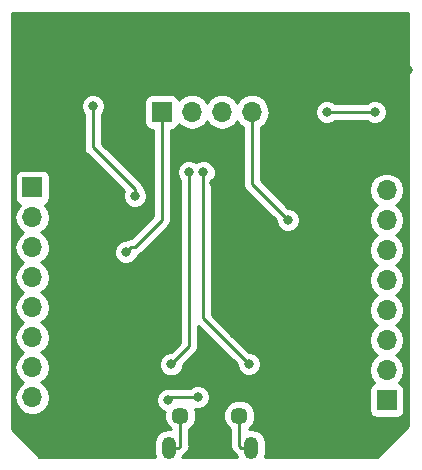
<source format=gbr>
G04 #@! TF.GenerationSoftware,KiCad,Pcbnew,(5.0.0)*
G04 #@! TF.CreationDate,2018-12-27T13:03:48-05:00*
G04 #@! TF.ProjectId,32u2-breakout,333275322D627265616B6F75742E6B69,rev?*
G04 #@! TF.SameCoordinates,Original*
G04 #@! TF.FileFunction,Copper,L2,Bot,Signal*
G04 #@! TF.FilePolarity,Positive*
%FSLAX46Y46*%
G04 Gerber Fmt 4.6, Leading zero omitted, Abs format (unit mm)*
G04 Created by KiCad (PCBNEW (5.0.0)) date 12/27/18 13:03:48*
%MOMM*%
%LPD*%
G01*
G04 APERTURE LIST*
G04 #@! TA.AperFunction,ComponentPad*
%ADD10R,1.700000X1.700000*%
G04 #@! TD*
G04 #@! TA.AperFunction,ComponentPad*
%ADD11O,1.700000X1.700000*%
G04 #@! TD*
G04 #@! TA.AperFunction,ComponentPad*
%ADD12C,1.450000*%
G04 #@! TD*
G04 #@! TA.AperFunction,ComponentPad*
%ADD13O,1.200000X1.900000*%
G04 #@! TD*
G04 #@! TA.AperFunction,ViaPad*
%ADD14C,0.800000*%
G04 #@! TD*
G04 #@! TA.AperFunction,Conductor*
%ADD15C,0.250000*%
G04 #@! TD*
G04 #@! TA.AperFunction,Conductor*
%ADD16C,0.254000*%
G04 #@! TD*
G04 APERTURE END LIST*
D10*
G04 #@! TO.P,J3,1*
G04 #@! TO.N,Net-(J3-Pad1)*
X45974000Y-38608000D03*
D11*
G04 #@! TO.P,J3,2*
G04 #@! TO.N,Net-(J3-Pad2)*
X48514000Y-38608000D03*
G04 #@! TO.P,J3,3*
G04 #@! TO.N,Net-(J3-Pad3)*
X51054000Y-38608000D03*
G04 #@! TO.P,J3,4*
G04 #@! TO.N,Net-(J3-Pad4)*
X53594000Y-38608000D03*
G04 #@! TD*
G04 #@! TO.P,J2,8*
G04 #@! TO.N,Net-(J2-Pad8)*
X35000000Y-62780000D03*
G04 #@! TO.P,J2,7*
G04 #@! TO.N,Net-(J2-Pad7)*
X35000000Y-60240000D03*
G04 #@! TO.P,J2,6*
G04 #@! TO.N,Net-(J2-Pad6)*
X35000000Y-57700000D03*
G04 #@! TO.P,J2,5*
G04 #@! TO.N,Net-(J2-Pad5)*
X35000000Y-55160000D03*
G04 #@! TO.P,J2,4*
G04 #@! TO.N,Net-(J2-Pad4)*
X35000000Y-52620000D03*
G04 #@! TO.P,J2,3*
G04 #@! TO.N,Net-(J2-Pad3)*
X35000000Y-50080000D03*
G04 #@! TO.P,J2,2*
G04 #@! TO.N,Net-(J2-Pad2)*
X35000000Y-47540000D03*
D10*
G04 #@! TO.P,J2,1*
G04 #@! TO.N,Net-(J2-Pad1)*
X35000000Y-45000000D03*
G04 #@! TD*
G04 #@! TO.P,J1,1*
G04 #@! TO.N,Net-(J1-Pad1)*
X65000000Y-63000000D03*
D11*
G04 #@! TO.P,J1,2*
G04 #@! TO.N,Net-(J1-Pad2)*
X65000000Y-60460000D03*
G04 #@! TO.P,J1,3*
G04 #@! TO.N,Net-(J1-Pad3)*
X65000000Y-57920000D03*
G04 #@! TO.P,J1,4*
G04 #@! TO.N,Net-(J1-Pad4)*
X65000000Y-55380000D03*
G04 #@! TO.P,J1,5*
G04 #@! TO.N,Net-(J1-Pad5)*
X65000000Y-52840000D03*
G04 #@! TO.P,J1,6*
G04 #@! TO.N,Net-(J1-Pad6)*
X65000000Y-50300000D03*
G04 #@! TO.P,J1,7*
G04 #@! TO.N,Net-(J1-Pad7)*
X65000000Y-47760000D03*
G04 #@! TO.P,J1,8*
G04 #@! TO.N,Net-(J1-Pad8)*
X65000000Y-45220000D03*
G04 #@! TD*
D12*
G04 #@! TO.P,J4,6*
G04 #@! TO.N,Net-(J4-Pad6)*
X47538000Y-64323500D03*
X52538000Y-64323500D03*
D13*
X46538000Y-67023500D03*
X53538000Y-67023500D03*
G04 #@! TD*
D14*
G04 #@! TO.N,Net-(R1-Pad1)*
X53340000Y-59944000D03*
X49486097Y-43731903D03*
G04 #@! TO.N,Net-(J4-Pad2)*
X49022000Y-62738000D03*
X46482000Y-62992000D03*
G04 #@! TO.N,Net-(R2-Pad1)*
X46758653Y-59966653D03*
X48260000Y-43688000D03*
G04 #@! TO.N,GND*
X50391780Y-44645137D03*
X61976000Y-42926000D03*
X56642000Y-35560000D03*
X66802000Y-35052000D03*
X36576000Y-39116000D03*
X36322000Y-32004000D03*
X52070000Y-57404000D03*
X51642903Y-62932000D03*
X44196000Y-32258000D03*
X42711347Y-47204653D03*
G04 #@! TO.N,Net-(R4-Pad2)*
X64008000Y-38608000D03*
X59944000Y-38608000D03*
G04 #@! TO.N,Net-(C2-Pad1)*
X43688000Y-45720000D03*
X40132000Y-38100000D03*
G04 #@! TO.N,Net-(J3-Pad1)*
X42926000Y-50475000D03*
G04 #@! TO.N,Net-(J3-Pad4)*
X56642000Y-47752000D03*
G04 #@! TD*
D15*
G04 #@! TO.N,Net-(R1-Pad1)*
X53340000Y-59944000D02*
X49486097Y-56090097D01*
X49486097Y-56090097D02*
X49486097Y-43731903D01*
G04 #@! TO.N,Net-(J4-Pad2)*
X49022000Y-62738000D02*
X46736000Y-62738000D01*
X46736000Y-62738000D02*
X46482000Y-62992000D01*
G04 #@! TO.N,Net-(R2-Pad1)*
X46758653Y-59966653D02*
X48260000Y-58465306D01*
X48260000Y-58465306D02*
X48260000Y-43688000D01*
G04 #@! TO.N,Net-(R4-Pad2)*
X64008000Y-38608000D02*
X59944000Y-38608000D01*
G04 #@! TO.N,Net-(C2-Pad1)*
X43688000Y-45154315D02*
X40132000Y-41598315D01*
X43688000Y-45720000D02*
X43688000Y-45154315D01*
X40132000Y-41598315D02*
X40132000Y-38100000D01*
G04 #@! TO.N,Net-(J3-Pad1)*
X45974000Y-38608000D02*
X45974000Y-47752000D01*
X45974000Y-47752000D02*
X43688000Y-50038000D01*
X43363000Y-50038000D02*
X43688000Y-50038000D01*
X42926000Y-50475000D02*
X43363000Y-50038000D01*
G04 #@! TO.N,Net-(J3-Pad4)*
X53594000Y-38608000D02*
X53594000Y-44704000D01*
X53594000Y-44704000D02*
X56642000Y-47752000D01*
G04 #@! TO.N,Net-(J4-Pad6)*
X47388000Y-67023500D02*
X46538000Y-67023500D01*
X47538000Y-66873500D02*
X47388000Y-67023500D01*
X47538000Y-64323500D02*
X47538000Y-66873500D01*
X52688000Y-67023500D02*
X53538000Y-67023500D01*
X52538000Y-66873500D02*
X52688000Y-67023500D01*
X52538000Y-64323500D02*
X52538000Y-66873500D01*
G04 #@! TD*
D16*
G04 #@! TO.N,GND*
G36*
X66829000Y-30298387D02*
X66829001Y-30298392D01*
X66829000Y-65227553D01*
X64211554Y-67845000D01*
X54703407Y-67845000D01*
X54773000Y-67495135D01*
X54773000Y-66551864D01*
X54701344Y-66191627D01*
X54428385Y-65783115D01*
X54019872Y-65510156D01*
X53538000Y-65414305D01*
X53328940Y-65455890D01*
X53690952Y-65093878D01*
X53898000Y-64594021D01*
X53898000Y-64052979D01*
X53690952Y-63553122D01*
X53308378Y-63170548D01*
X52808521Y-62963500D01*
X52267479Y-62963500D01*
X51767622Y-63170548D01*
X51385048Y-63553122D01*
X51178000Y-64052979D01*
X51178000Y-64594021D01*
X51385048Y-65093878D01*
X51767622Y-65476452D01*
X51778000Y-65480751D01*
X51778001Y-66798648D01*
X51763112Y-66873500D01*
X51778001Y-66948352D01*
X51822097Y-67170037D01*
X51990072Y-67421429D01*
X52053528Y-67463829D01*
X52097669Y-67507970D01*
X52140071Y-67571429D01*
X52345476Y-67708676D01*
X52372593Y-67845000D01*
X47703407Y-67845000D01*
X47730524Y-67708676D01*
X47935929Y-67571429D01*
X47978331Y-67507970D01*
X48022470Y-67463831D01*
X48085929Y-67421429D01*
X48253904Y-67170037D01*
X48298000Y-66948352D01*
X48298000Y-66948348D01*
X48312888Y-66873501D01*
X48298000Y-66798654D01*
X48298000Y-65480751D01*
X48308378Y-65476452D01*
X48690952Y-65093878D01*
X48898000Y-64594021D01*
X48898000Y-64052979D01*
X48774967Y-63755951D01*
X48816126Y-63773000D01*
X49227874Y-63773000D01*
X49608280Y-63615431D01*
X49899431Y-63324280D01*
X50057000Y-62943874D01*
X50057000Y-62532126D01*
X49899431Y-62151720D01*
X49608280Y-61860569D01*
X49227874Y-61703000D01*
X48816126Y-61703000D01*
X48435720Y-61860569D01*
X48318289Y-61978000D01*
X46810846Y-61978000D01*
X46735999Y-61963112D01*
X46713456Y-61967596D01*
X46687874Y-61957000D01*
X46276126Y-61957000D01*
X45895720Y-62114569D01*
X45604569Y-62405720D01*
X45447000Y-62786126D01*
X45447000Y-63197874D01*
X45604569Y-63578280D01*
X45895720Y-63869431D01*
X46201555Y-63996112D01*
X46178000Y-64052979D01*
X46178000Y-64594021D01*
X46385048Y-65093878D01*
X46747060Y-65455890D01*
X46538000Y-65414305D01*
X46056128Y-65510156D01*
X45647616Y-65783115D01*
X45374656Y-66191627D01*
X45303000Y-66551864D01*
X45303000Y-67495135D01*
X45372593Y-67845000D01*
X35610447Y-67845000D01*
X35368911Y-67603465D01*
X35368909Y-67603462D01*
X33247000Y-65481554D01*
X33247000Y-47540000D01*
X33485908Y-47540000D01*
X33601161Y-48119418D01*
X33929375Y-48610625D01*
X34227761Y-48810000D01*
X33929375Y-49009375D01*
X33601161Y-49500582D01*
X33485908Y-50080000D01*
X33601161Y-50659418D01*
X33929375Y-51150625D01*
X34227761Y-51350000D01*
X33929375Y-51549375D01*
X33601161Y-52040582D01*
X33485908Y-52620000D01*
X33601161Y-53199418D01*
X33929375Y-53690625D01*
X34227761Y-53890000D01*
X33929375Y-54089375D01*
X33601161Y-54580582D01*
X33485908Y-55160000D01*
X33601161Y-55739418D01*
X33929375Y-56230625D01*
X34227761Y-56430000D01*
X33929375Y-56629375D01*
X33601161Y-57120582D01*
X33485908Y-57700000D01*
X33601161Y-58279418D01*
X33929375Y-58770625D01*
X34227761Y-58970000D01*
X33929375Y-59169375D01*
X33601161Y-59660582D01*
X33485908Y-60240000D01*
X33601161Y-60819418D01*
X33929375Y-61310625D01*
X34227761Y-61510000D01*
X33929375Y-61709375D01*
X33601161Y-62200582D01*
X33485908Y-62780000D01*
X33601161Y-63359418D01*
X33929375Y-63850625D01*
X34420582Y-64178839D01*
X34853744Y-64265000D01*
X35146256Y-64265000D01*
X35579418Y-64178839D01*
X36070625Y-63850625D01*
X36398839Y-63359418D01*
X36514092Y-62780000D01*
X36398839Y-62200582D01*
X36070625Y-61709375D01*
X35772239Y-61510000D01*
X36070625Y-61310625D01*
X36398839Y-60819418D01*
X36514092Y-60240000D01*
X36418770Y-59760779D01*
X45723653Y-59760779D01*
X45723653Y-60172527D01*
X45881222Y-60552933D01*
X46172373Y-60844084D01*
X46552779Y-61001653D01*
X46964527Y-61001653D01*
X47344933Y-60844084D01*
X47636084Y-60552933D01*
X47793653Y-60172527D01*
X47793653Y-60006455D01*
X48744476Y-59055633D01*
X48807929Y-59013235D01*
X48850327Y-58949782D01*
X48850329Y-58949780D01*
X48975903Y-58761844D01*
X48975904Y-58761843D01*
X49020000Y-58540158D01*
X49020000Y-58540154D01*
X49034888Y-58465307D01*
X49020000Y-58390460D01*
X49020000Y-56698801D01*
X52305000Y-59983802D01*
X52305000Y-60149874D01*
X52462569Y-60530280D01*
X52753720Y-60821431D01*
X53134126Y-60979000D01*
X53545874Y-60979000D01*
X53926280Y-60821431D01*
X54217431Y-60530280D01*
X54375000Y-60149874D01*
X54375000Y-59738126D01*
X54217431Y-59357720D01*
X53926280Y-59066569D01*
X53545874Y-58909000D01*
X53379802Y-58909000D01*
X50246097Y-55775296D01*
X50246097Y-44435614D01*
X50363528Y-44318183D01*
X50521097Y-43937777D01*
X50521097Y-43526029D01*
X50363528Y-43145623D01*
X50072377Y-42854472D01*
X49691971Y-42696903D01*
X49280223Y-42696903D01*
X48899817Y-42854472D01*
X48895000Y-42859289D01*
X48846280Y-42810569D01*
X48465874Y-42653000D01*
X48054126Y-42653000D01*
X47673720Y-42810569D01*
X47382569Y-43101720D01*
X47225000Y-43482126D01*
X47225000Y-43893874D01*
X47382569Y-44274280D01*
X47500001Y-44391712D01*
X47500000Y-58150503D01*
X46718851Y-58931653D01*
X46552779Y-58931653D01*
X46172373Y-59089222D01*
X45881222Y-59380373D01*
X45723653Y-59760779D01*
X36418770Y-59760779D01*
X36398839Y-59660582D01*
X36070625Y-59169375D01*
X35772239Y-58970000D01*
X36070625Y-58770625D01*
X36398839Y-58279418D01*
X36514092Y-57700000D01*
X36398839Y-57120582D01*
X36070625Y-56629375D01*
X35772239Y-56430000D01*
X36070625Y-56230625D01*
X36398839Y-55739418D01*
X36514092Y-55160000D01*
X36398839Y-54580582D01*
X36070625Y-54089375D01*
X35772239Y-53890000D01*
X36070625Y-53690625D01*
X36398839Y-53199418D01*
X36514092Y-52620000D01*
X36398839Y-52040582D01*
X36070625Y-51549375D01*
X35772239Y-51350000D01*
X36070625Y-51150625D01*
X36398839Y-50659418D01*
X36476472Y-50269126D01*
X41891000Y-50269126D01*
X41891000Y-50680874D01*
X42048569Y-51061280D01*
X42339720Y-51352431D01*
X42720126Y-51510000D01*
X43131874Y-51510000D01*
X43512280Y-51352431D01*
X43803431Y-51061280D01*
X43925921Y-50765564D01*
X43984537Y-50753904D01*
X44235929Y-50585929D01*
X44278331Y-50522470D01*
X46458473Y-48342329D01*
X46521929Y-48299929D01*
X46689904Y-48048537D01*
X46734000Y-47826852D01*
X46734000Y-47826848D01*
X46748888Y-47752001D01*
X46734000Y-47677154D01*
X46734000Y-40105440D01*
X46824000Y-40105440D01*
X47071765Y-40056157D01*
X47281809Y-39915809D01*
X47422157Y-39705765D01*
X47431184Y-39660381D01*
X47443375Y-39678625D01*
X47934582Y-40006839D01*
X48367744Y-40093000D01*
X48660256Y-40093000D01*
X49093418Y-40006839D01*
X49584625Y-39678625D01*
X49784000Y-39380239D01*
X49983375Y-39678625D01*
X50474582Y-40006839D01*
X50907744Y-40093000D01*
X51200256Y-40093000D01*
X51633418Y-40006839D01*
X52124625Y-39678625D01*
X52324000Y-39380239D01*
X52523375Y-39678625D01*
X52834000Y-39886178D01*
X52834001Y-44629148D01*
X52819112Y-44704000D01*
X52878097Y-45000537D01*
X52980848Y-45154314D01*
X53046072Y-45251929D01*
X53109528Y-45294329D01*
X55607000Y-47791802D01*
X55607000Y-47957874D01*
X55764569Y-48338280D01*
X56055720Y-48629431D01*
X56436126Y-48787000D01*
X56847874Y-48787000D01*
X57228280Y-48629431D01*
X57519431Y-48338280D01*
X57677000Y-47957874D01*
X57677000Y-47546126D01*
X57519431Y-47165720D01*
X57228280Y-46874569D01*
X56847874Y-46717000D01*
X56681802Y-46717000D01*
X55184802Y-45220000D01*
X63485908Y-45220000D01*
X63601161Y-45799418D01*
X63929375Y-46290625D01*
X64227761Y-46490000D01*
X63929375Y-46689375D01*
X63601161Y-47180582D01*
X63485908Y-47760000D01*
X63601161Y-48339418D01*
X63929375Y-48830625D01*
X64227761Y-49030000D01*
X63929375Y-49229375D01*
X63601161Y-49720582D01*
X63485908Y-50300000D01*
X63601161Y-50879418D01*
X63929375Y-51370625D01*
X64227761Y-51570000D01*
X63929375Y-51769375D01*
X63601161Y-52260582D01*
X63485908Y-52840000D01*
X63601161Y-53419418D01*
X63929375Y-53910625D01*
X64227761Y-54110000D01*
X63929375Y-54309375D01*
X63601161Y-54800582D01*
X63485908Y-55380000D01*
X63601161Y-55959418D01*
X63929375Y-56450625D01*
X64227761Y-56650000D01*
X63929375Y-56849375D01*
X63601161Y-57340582D01*
X63485908Y-57920000D01*
X63601161Y-58499418D01*
X63929375Y-58990625D01*
X64227761Y-59190000D01*
X63929375Y-59389375D01*
X63601161Y-59880582D01*
X63485908Y-60460000D01*
X63601161Y-61039418D01*
X63929375Y-61530625D01*
X63947619Y-61542816D01*
X63902235Y-61551843D01*
X63692191Y-61692191D01*
X63551843Y-61902235D01*
X63502560Y-62150000D01*
X63502560Y-63850000D01*
X63551843Y-64097765D01*
X63692191Y-64307809D01*
X63902235Y-64448157D01*
X64150000Y-64497440D01*
X65850000Y-64497440D01*
X66097765Y-64448157D01*
X66307809Y-64307809D01*
X66448157Y-64097765D01*
X66497440Y-63850000D01*
X66497440Y-62150000D01*
X66448157Y-61902235D01*
X66307809Y-61692191D01*
X66097765Y-61551843D01*
X66052381Y-61542816D01*
X66070625Y-61530625D01*
X66398839Y-61039418D01*
X66514092Y-60460000D01*
X66398839Y-59880582D01*
X66070625Y-59389375D01*
X65772239Y-59190000D01*
X66070625Y-58990625D01*
X66398839Y-58499418D01*
X66514092Y-57920000D01*
X66398839Y-57340582D01*
X66070625Y-56849375D01*
X65772239Y-56650000D01*
X66070625Y-56450625D01*
X66398839Y-55959418D01*
X66514092Y-55380000D01*
X66398839Y-54800582D01*
X66070625Y-54309375D01*
X65772239Y-54110000D01*
X66070625Y-53910625D01*
X66398839Y-53419418D01*
X66514092Y-52840000D01*
X66398839Y-52260582D01*
X66070625Y-51769375D01*
X65772239Y-51570000D01*
X66070625Y-51370625D01*
X66398839Y-50879418D01*
X66514092Y-50300000D01*
X66398839Y-49720582D01*
X66070625Y-49229375D01*
X65772239Y-49030000D01*
X66070625Y-48830625D01*
X66398839Y-48339418D01*
X66514092Y-47760000D01*
X66398839Y-47180582D01*
X66070625Y-46689375D01*
X65772239Y-46490000D01*
X66070625Y-46290625D01*
X66398839Y-45799418D01*
X66514092Y-45220000D01*
X66398839Y-44640582D01*
X66070625Y-44149375D01*
X65579418Y-43821161D01*
X65146256Y-43735000D01*
X64853744Y-43735000D01*
X64420582Y-43821161D01*
X63929375Y-44149375D01*
X63601161Y-44640582D01*
X63485908Y-45220000D01*
X55184802Y-45220000D01*
X54354000Y-44389199D01*
X54354000Y-39886178D01*
X54664625Y-39678625D01*
X54992839Y-39187418D01*
X55108092Y-38608000D01*
X55067142Y-38402126D01*
X58909000Y-38402126D01*
X58909000Y-38813874D01*
X59066569Y-39194280D01*
X59357720Y-39485431D01*
X59738126Y-39643000D01*
X60149874Y-39643000D01*
X60530280Y-39485431D01*
X60647711Y-39368000D01*
X63304289Y-39368000D01*
X63421720Y-39485431D01*
X63802126Y-39643000D01*
X64213874Y-39643000D01*
X64594280Y-39485431D01*
X64885431Y-39194280D01*
X65043000Y-38813874D01*
X65043000Y-38402126D01*
X64885431Y-38021720D01*
X64594280Y-37730569D01*
X64213874Y-37573000D01*
X63802126Y-37573000D01*
X63421720Y-37730569D01*
X63304289Y-37848000D01*
X60647711Y-37848000D01*
X60530280Y-37730569D01*
X60149874Y-37573000D01*
X59738126Y-37573000D01*
X59357720Y-37730569D01*
X59066569Y-38021720D01*
X58909000Y-38402126D01*
X55067142Y-38402126D01*
X54992839Y-38028582D01*
X54664625Y-37537375D01*
X54173418Y-37209161D01*
X53740256Y-37123000D01*
X53447744Y-37123000D01*
X53014582Y-37209161D01*
X52523375Y-37537375D01*
X52324000Y-37835761D01*
X52124625Y-37537375D01*
X51633418Y-37209161D01*
X51200256Y-37123000D01*
X50907744Y-37123000D01*
X50474582Y-37209161D01*
X49983375Y-37537375D01*
X49784000Y-37835761D01*
X49584625Y-37537375D01*
X49093418Y-37209161D01*
X48660256Y-37123000D01*
X48367744Y-37123000D01*
X47934582Y-37209161D01*
X47443375Y-37537375D01*
X47431184Y-37555619D01*
X47422157Y-37510235D01*
X47281809Y-37300191D01*
X47071765Y-37159843D01*
X46824000Y-37110560D01*
X45124000Y-37110560D01*
X44876235Y-37159843D01*
X44666191Y-37300191D01*
X44525843Y-37510235D01*
X44476560Y-37758000D01*
X44476560Y-39458000D01*
X44525843Y-39705765D01*
X44666191Y-39915809D01*
X44876235Y-40056157D01*
X45124000Y-40105440D01*
X45214000Y-40105440D01*
X45214001Y-47437197D01*
X43383925Y-49267274D01*
X43362999Y-49263112D01*
X43288152Y-49278000D01*
X43288148Y-49278000D01*
X43066463Y-49322096D01*
X42890007Y-49440000D01*
X42720126Y-49440000D01*
X42339720Y-49597569D01*
X42048569Y-49888720D01*
X41891000Y-50269126D01*
X36476472Y-50269126D01*
X36514092Y-50080000D01*
X36398839Y-49500582D01*
X36070625Y-49009375D01*
X35772239Y-48810000D01*
X36070625Y-48610625D01*
X36398839Y-48119418D01*
X36514092Y-47540000D01*
X36398839Y-46960582D01*
X36070625Y-46469375D01*
X36052381Y-46457184D01*
X36097765Y-46448157D01*
X36307809Y-46307809D01*
X36448157Y-46097765D01*
X36497440Y-45850000D01*
X36497440Y-44150000D01*
X36448157Y-43902235D01*
X36307809Y-43692191D01*
X36097765Y-43551843D01*
X35850000Y-43502560D01*
X34150000Y-43502560D01*
X33902235Y-43551843D01*
X33692191Y-43692191D01*
X33551843Y-43902235D01*
X33502560Y-44150000D01*
X33502560Y-45850000D01*
X33551843Y-46097765D01*
X33692191Y-46307809D01*
X33902235Y-46448157D01*
X33947619Y-46457184D01*
X33929375Y-46469375D01*
X33601161Y-46960582D01*
X33485908Y-47540000D01*
X33247000Y-47540000D01*
X33247000Y-37894126D01*
X39097000Y-37894126D01*
X39097000Y-38305874D01*
X39254569Y-38686280D01*
X39372001Y-38803712D01*
X39372000Y-41523468D01*
X39357112Y-41598315D01*
X39372000Y-41673162D01*
X39372000Y-41673166D01*
X39416096Y-41894851D01*
X39584071Y-42146244D01*
X39647530Y-42188646D01*
X42746728Y-45287846D01*
X42653000Y-45514126D01*
X42653000Y-45925874D01*
X42810569Y-46306280D01*
X43101720Y-46597431D01*
X43482126Y-46755000D01*
X43893874Y-46755000D01*
X44274280Y-46597431D01*
X44565431Y-46306280D01*
X44723000Y-45925874D01*
X44723000Y-45514126D01*
X44565431Y-45133720D01*
X44432314Y-45000603D01*
X44403904Y-44857778D01*
X44301153Y-44704000D01*
X44278329Y-44669841D01*
X44278327Y-44669839D01*
X44235929Y-44606386D01*
X44172476Y-44563988D01*
X40892000Y-41283514D01*
X40892000Y-38803711D01*
X41009431Y-38686280D01*
X41167000Y-38305874D01*
X41167000Y-37894126D01*
X41009431Y-37513720D01*
X40718280Y-37222569D01*
X40337874Y-37065000D01*
X39926126Y-37065000D01*
X39545720Y-37222569D01*
X39254569Y-37513720D01*
X39097000Y-37894126D01*
X33247000Y-37894126D01*
X33247000Y-30199000D01*
X66829000Y-30199000D01*
X66829000Y-30298387D01*
X66829000Y-30298387D01*
G37*
X66829000Y-30298387D02*
X66829001Y-30298392D01*
X66829000Y-65227553D01*
X64211554Y-67845000D01*
X54703407Y-67845000D01*
X54773000Y-67495135D01*
X54773000Y-66551864D01*
X54701344Y-66191627D01*
X54428385Y-65783115D01*
X54019872Y-65510156D01*
X53538000Y-65414305D01*
X53328940Y-65455890D01*
X53690952Y-65093878D01*
X53898000Y-64594021D01*
X53898000Y-64052979D01*
X53690952Y-63553122D01*
X53308378Y-63170548D01*
X52808521Y-62963500D01*
X52267479Y-62963500D01*
X51767622Y-63170548D01*
X51385048Y-63553122D01*
X51178000Y-64052979D01*
X51178000Y-64594021D01*
X51385048Y-65093878D01*
X51767622Y-65476452D01*
X51778000Y-65480751D01*
X51778001Y-66798648D01*
X51763112Y-66873500D01*
X51778001Y-66948352D01*
X51822097Y-67170037D01*
X51990072Y-67421429D01*
X52053528Y-67463829D01*
X52097669Y-67507970D01*
X52140071Y-67571429D01*
X52345476Y-67708676D01*
X52372593Y-67845000D01*
X47703407Y-67845000D01*
X47730524Y-67708676D01*
X47935929Y-67571429D01*
X47978331Y-67507970D01*
X48022470Y-67463831D01*
X48085929Y-67421429D01*
X48253904Y-67170037D01*
X48298000Y-66948352D01*
X48298000Y-66948348D01*
X48312888Y-66873501D01*
X48298000Y-66798654D01*
X48298000Y-65480751D01*
X48308378Y-65476452D01*
X48690952Y-65093878D01*
X48898000Y-64594021D01*
X48898000Y-64052979D01*
X48774967Y-63755951D01*
X48816126Y-63773000D01*
X49227874Y-63773000D01*
X49608280Y-63615431D01*
X49899431Y-63324280D01*
X50057000Y-62943874D01*
X50057000Y-62532126D01*
X49899431Y-62151720D01*
X49608280Y-61860569D01*
X49227874Y-61703000D01*
X48816126Y-61703000D01*
X48435720Y-61860569D01*
X48318289Y-61978000D01*
X46810846Y-61978000D01*
X46735999Y-61963112D01*
X46713456Y-61967596D01*
X46687874Y-61957000D01*
X46276126Y-61957000D01*
X45895720Y-62114569D01*
X45604569Y-62405720D01*
X45447000Y-62786126D01*
X45447000Y-63197874D01*
X45604569Y-63578280D01*
X45895720Y-63869431D01*
X46201555Y-63996112D01*
X46178000Y-64052979D01*
X46178000Y-64594021D01*
X46385048Y-65093878D01*
X46747060Y-65455890D01*
X46538000Y-65414305D01*
X46056128Y-65510156D01*
X45647616Y-65783115D01*
X45374656Y-66191627D01*
X45303000Y-66551864D01*
X45303000Y-67495135D01*
X45372593Y-67845000D01*
X35610447Y-67845000D01*
X35368911Y-67603465D01*
X35368909Y-67603462D01*
X33247000Y-65481554D01*
X33247000Y-47540000D01*
X33485908Y-47540000D01*
X33601161Y-48119418D01*
X33929375Y-48610625D01*
X34227761Y-48810000D01*
X33929375Y-49009375D01*
X33601161Y-49500582D01*
X33485908Y-50080000D01*
X33601161Y-50659418D01*
X33929375Y-51150625D01*
X34227761Y-51350000D01*
X33929375Y-51549375D01*
X33601161Y-52040582D01*
X33485908Y-52620000D01*
X33601161Y-53199418D01*
X33929375Y-53690625D01*
X34227761Y-53890000D01*
X33929375Y-54089375D01*
X33601161Y-54580582D01*
X33485908Y-55160000D01*
X33601161Y-55739418D01*
X33929375Y-56230625D01*
X34227761Y-56430000D01*
X33929375Y-56629375D01*
X33601161Y-57120582D01*
X33485908Y-57700000D01*
X33601161Y-58279418D01*
X33929375Y-58770625D01*
X34227761Y-58970000D01*
X33929375Y-59169375D01*
X33601161Y-59660582D01*
X33485908Y-60240000D01*
X33601161Y-60819418D01*
X33929375Y-61310625D01*
X34227761Y-61510000D01*
X33929375Y-61709375D01*
X33601161Y-62200582D01*
X33485908Y-62780000D01*
X33601161Y-63359418D01*
X33929375Y-63850625D01*
X34420582Y-64178839D01*
X34853744Y-64265000D01*
X35146256Y-64265000D01*
X35579418Y-64178839D01*
X36070625Y-63850625D01*
X36398839Y-63359418D01*
X36514092Y-62780000D01*
X36398839Y-62200582D01*
X36070625Y-61709375D01*
X35772239Y-61510000D01*
X36070625Y-61310625D01*
X36398839Y-60819418D01*
X36514092Y-60240000D01*
X36418770Y-59760779D01*
X45723653Y-59760779D01*
X45723653Y-60172527D01*
X45881222Y-60552933D01*
X46172373Y-60844084D01*
X46552779Y-61001653D01*
X46964527Y-61001653D01*
X47344933Y-60844084D01*
X47636084Y-60552933D01*
X47793653Y-60172527D01*
X47793653Y-60006455D01*
X48744476Y-59055633D01*
X48807929Y-59013235D01*
X48850327Y-58949782D01*
X48850329Y-58949780D01*
X48975903Y-58761844D01*
X48975904Y-58761843D01*
X49020000Y-58540158D01*
X49020000Y-58540154D01*
X49034888Y-58465307D01*
X49020000Y-58390460D01*
X49020000Y-56698801D01*
X52305000Y-59983802D01*
X52305000Y-60149874D01*
X52462569Y-60530280D01*
X52753720Y-60821431D01*
X53134126Y-60979000D01*
X53545874Y-60979000D01*
X53926280Y-60821431D01*
X54217431Y-60530280D01*
X54375000Y-60149874D01*
X54375000Y-59738126D01*
X54217431Y-59357720D01*
X53926280Y-59066569D01*
X53545874Y-58909000D01*
X53379802Y-58909000D01*
X50246097Y-55775296D01*
X50246097Y-44435614D01*
X50363528Y-44318183D01*
X50521097Y-43937777D01*
X50521097Y-43526029D01*
X50363528Y-43145623D01*
X50072377Y-42854472D01*
X49691971Y-42696903D01*
X49280223Y-42696903D01*
X48899817Y-42854472D01*
X48895000Y-42859289D01*
X48846280Y-42810569D01*
X48465874Y-42653000D01*
X48054126Y-42653000D01*
X47673720Y-42810569D01*
X47382569Y-43101720D01*
X47225000Y-43482126D01*
X47225000Y-43893874D01*
X47382569Y-44274280D01*
X47500001Y-44391712D01*
X47500000Y-58150503D01*
X46718851Y-58931653D01*
X46552779Y-58931653D01*
X46172373Y-59089222D01*
X45881222Y-59380373D01*
X45723653Y-59760779D01*
X36418770Y-59760779D01*
X36398839Y-59660582D01*
X36070625Y-59169375D01*
X35772239Y-58970000D01*
X36070625Y-58770625D01*
X36398839Y-58279418D01*
X36514092Y-57700000D01*
X36398839Y-57120582D01*
X36070625Y-56629375D01*
X35772239Y-56430000D01*
X36070625Y-56230625D01*
X36398839Y-55739418D01*
X36514092Y-55160000D01*
X36398839Y-54580582D01*
X36070625Y-54089375D01*
X35772239Y-53890000D01*
X36070625Y-53690625D01*
X36398839Y-53199418D01*
X36514092Y-52620000D01*
X36398839Y-52040582D01*
X36070625Y-51549375D01*
X35772239Y-51350000D01*
X36070625Y-51150625D01*
X36398839Y-50659418D01*
X36476472Y-50269126D01*
X41891000Y-50269126D01*
X41891000Y-50680874D01*
X42048569Y-51061280D01*
X42339720Y-51352431D01*
X42720126Y-51510000D01*
X43131874Y-51510000D01*
X43512280Y-51352431D01*
X43803431Y-51061280D01*
X43925921Y-50765564D01*
X43984537Y-50753904D01*
X44235929Y-50585929D01*
X44278331Y-50522470D01*
X46458473Y-48342329D01*
X46521929Y-48299929D01*
X46689904Y-48048537D01*
X46734000Y-47826852D01*
X46734000Y-47826848D01*
X46748888Y-47752001D01*
X46734000Y-47677154D01*
X46734000Y-40105440D01*
X46824000Y-40105440D01*
X47071765Y-40056157D01*
X47281809Y-39915809D01*
X47422157Y-39705765D01*
X47431184Y-39660381D01*
X47443375Y-39678625D01*
X47934582Y-40006839D01*
X48367744Y-40093000D01*
X48660256Y-40093000D01*
X49093418Y-40006839D01*
X49584625Y-39678625D01*
X49784000Y-39380239D01*
X49983375Y-39678625D01*
X50474582Y-40006839D01*
X50907744Y-40093000D01*
X51200256Y-40093000D01*
X51633418Y-40006839D01*
X52124625Y-39678625D01*
X52324000Y-39380239D01*
X52523375Y-39678625D01*
X52834000Y-39886178D01*
X52834001Y-44629148D01*
X52819112Y-44704000D01*
X52878097Y-45000537D01*
X52980848Y-45154314D01*
X53046072Y-45251929D01*
X53109528Y-45294329D01*
X55607000Y-47791802D01*
X55607000Y-47957874D01*
X55764569Y-48338280D01*
X56055720Y-48629431D01*
X56436126Y-48787000D01*
X56847874Y-48787000D01*
X57228280Y-48629431D01*
X57519431Y-48338280D01*
X57677000Y-47957874D01*
X57677000Y-47546126D01*
X57519431Y-47165720D01*
X57228280Y-46874569D01*
X56847874Y-46717000D01*
X56681802Y-46717000D01*
X55184802Y-45220000D01*
X63485908Y-45220000D01*
X63601161Y-45799418D01*
X63929375Y-46290625D01*
X64227761Y-46490000D01*
X63929375Y-46689375D01*
X63601161Y-47180582D01*
X63485908Y-47760000D01*
X63601161Y-48339418D01*
X63929375Y-48830625D01*
X64227761Y-49030000D01*
X63929375Y-49229375D01*
X63601161Y-49720582D01*
X63485908Y-50300000D01*
X63601161Y-50879418D01*
X63929375Y-51370625D01*
X64227761Y-51570000D01*
X63929375Y-51769375D01*
X63601161Y-52260582D01*
X63485908Y-52840000D01*
X63601161Y-53419418D01*
X63929375Y-53910625D01*
X64227761Y-54110000D01*
X63929375Y-54309375D01*
X63601161Y-54800582D01*
X63485908Y-55380000D01*
X63601161Y-55959418D01*
X63929375Y-56450625D01*
X64227761Y-56650000D01*
X63929375Y-56849375D01*
X63601161Y-57340582D01*
X63485908Y-57920000D01*
X63601161Y-58499418D01*
X63929375Y-58990625D01*
X64227761Y-59190000D01*
X63929375Y-59389375D01*
X63601161Y-59880582D01*
X63485908Y-60460000D01*
X63601161Y-61039418D01*
X63929375Y-61530625D01*
X63947619Y-61542816D01*
X63902235Y-61551843D01*
X63692191Y-61692191D01*
X63551843Y-61902235D01*
X63502560Y-62150000D01*
X63502560Y-63850000D01*
X63551843Y-64097765D01*
X63692191Y-64307809D01*
X63902235Y-64448157D01*
X64150000Y-64497440D01*
X65850000Y-64497440D01*
X66097765Y-64448157D01*
X66307809Y-64307809D01*
X66448157Y-64097765D01*
X66497440Y-63850000D01*
X66497440Y-62150000D01*
X66448157Y-61902235D01*
X66307809Y-61692191D01*
X66097765Y-61551843D01*
X66052381Y-61542816D01*
X66070625Y-61530625D01*
X66398839Y-61039418D01*
X66514092Y-60460000D01*
X66398839Y-59880582D01*
X66070625Y-59389375D01*
X65772239Y-59190000D01*
X66070625Y-58990625D01*
X66398839Y-58499418D01*
X66514092Y-57920000D01*
X66398839Y-57340582D01*
X66070625Y-56849375D01*
X65772239Y-56650000D01*
X66070625Y-56450625D01*
X66398839Y-55959418D01*
X66514092Y-55380000D01*
X66398839Y-54800582D01*
X66070625Y-54309375D01*
X65772239Y-54110000D01*
X66070625Y-53910625D01*
X66398839Y-53419418D01*
X66514092Y-52840000D01*
X66398839Y-52260582D01*
X66070625Y-51769375D01*
X65772239Y-51570000D01*
X66070625Y-51370625D01*
X66398839Y-50879418D01*
X66514092Y-50300000D01*
X66398839Y-49720582D01*
X66070625Y-49229375D01*
X65772239Y-49030000D01*
X66070625Y-48830625D01*
X66398839Y-48339418D01*
X66514092Y-47760000D01*
X66398839Y-47180582D01*
X66070625Y-46689375D01*
X65772239Y-46490000D01*
X66070625Y-46290625D01*
X66398839Y-45799418D01*
X66514092Y-45220000D01*
X66398839Y-44640582D01*
X66070625Y-44149375D01*
X65579418Y-43821161D01*
X65146256Y-43735000D01*
X64853744Y-43735000D01*
X64420582Y-43821161D01*
X63929375Y-44149375D01*
X63601161Y-44640582D01*
X63485908Y-45220000D01*
X55184802Y-45220000D01*
X54354000Y-44389199D01*
X54354000Y-39886178D01*
X54664625Y-39678625D01*
X54992839Y-39187418D01*
X55108092Y-38608000D01*
X55067142Y-38402126D01*
X58909000Y-38402126D01*
X58909000Y-38813874D01*
X59066569Y-39194280D01*
X59357720Y-39485431D01*
X59738126Y-39643000D01*
X60149874Y-39643000D01*
X60530280Y-39485431D01*
X60647711Y-39368000D01*
X63304289Y-39368000D01*
X63421720Y-39485431D01*
X63802126Y-39643000D01*
X64213874Y-39643000D01*
X64594280Y-39485431D01*
X64885431Y-39194280D01*
X65043000Y-38813874D01*
X65043000Y-38402126D01*
X64885431Y-38021720D01*
X64594280Y-37730569D01*
X64213874Y-37573000D01*
X63802126Y-37573000D01*
X63421720Y-37730569D01*
X63304289Y-37848000D01*
X60647711Y-37848000D01*
X60530280Y-37730569D01*
X60149874Y-37573000D01*
X59738126Y-37573000D01*
X59357720Y-37730569D01*
X59066569Y-38021720D01*
X58909000Y-38402126D01*
X55067142Y-38402126D01*
X54992839Y-38028582D01*
X54664625Y-37537375D01*
X54173418Y-37209161D01*
X53740256Y-37123000D01*
X53447744Y-37123000D01*
X53014582Y-37209161D01*
X52523375Y-37537375D01*
X52324000Y-37835761D01*
X52124625Y-37537375D01*
X51633418Y-37209161D01*
X51200256Y-37123000D01*
X50907744Y-37123000D01*
X50474582Y-37209161D01*
X49983375Y-37537375D01*
X49784000Y-37835761D01*
X49584625Y-37537375D01*
X49093418Y-37209161D01*
X48660256Y-37123000D01*
X48367744Y-37123000D01*
X47934582Y-37209161D01*
X47443375Y-37537375D01*
X47431184Y-37555619D01*
X47422157Y-37510235D01*
X47281809Y-37300191D01*
X47071765Y-37159843D01*
X46824000Y-37110560D01*
X45124000Y-37110560D01*
X44876235Y-37159843D01*
X44666191Y-37300191D01*
X44525843Y-37510235D01*
X44476560Y-37758000D01*
X44476560Y-39458000D01*
X44525843Y-39705765D01*
X44666191Y-39915809D01*
X44876235Y-40056157D01*
X45124000Y-40105440D01*
X45214000Y-40105440D01*
X45214001Y-47437197D01*
X43383925Y-49267274D01*
X43362999Y-49263112D01*
X43288152Y-49278000D01*
X43288148Y-49278000D01*
X43066463Y-49322096D01*
X42890007Y-49440000D01*
X42720126Y-49440000D01*
X42339720Y-49597569D01*
X42048569Y-49888720D01*
X41891000Y-50269126D01*
X36476472Y-50269126D01*
X36514092Y-50080000D01*
X36398839Y-49500582D01*
X36070625Y-49009375D01*
X35772239Y-48810000D01*
X36070625Y-48610625D01*
X36398839Y-48119418D01*
X36514092Y-47540000D01*
X36398839Y-46960582D01*
X36070625Y-46469375D01*
X36052381Y-46457184D01*
X36097765Y-46448157D01*
X36307809Y-46307809D01*
X36448157Y-46097765D01*
X36497440Y-45850000D01*
X36497440Y-44150000D01*
X36448157Y-43902235D01*
X36307809Y-43692191D01*
X36097765Y-43551843D01*
X35850000Y-43502560D01*
X34150000Y-43502560D01*
X33902235Y-43551843D01*
X33692191Y-43692191D01*
X33551843Y-43902235D01*
X33502560Y-44150000D01*
X33502560Y-45850000D01*
X33551843Y-46097765D01*
X33692191Y-46307809D01*
X33902235Y-46448157D01*
X33947619Y-46457184D01*
X33929375Y-46469375D01*
X33601161Y-46960582D01*
X33485908Y-47540000D01*
X33247000Y-47540000D01*
X33247000Y-37894126D01*
X39097000Y-37894126D01*
X39097000Y-38305874D01*
X39254569Y-38686280D01*
X39372001Y-38803712D01*
X39372000Y-41523468D01*
X39357112Y-41598315D01*
X39372000Y-41673162D01*
X39372000Y-41673166D01*
X39416096Y-41894851D01*
X39584071Y-42146244D01*
X39647530Y-42188646D01*
X42746728Y-45287846D01*
X42653000Y-45514126D01*
X42653000Y-45925874D01*
X42810569Y-46306280D01*
X43101720Y-46597431D01*
X43482126Y-46755000D01*
X43893874Y-46755000D01*
X44274280Y-46597431D01*
X44565431Y-46306280D01*
X44723000Y-45925874D01*
X44723000Y-45514126D01*
X44565431Y-45133720D01*
X44432314Y-45000603D01*
X44403904Y-44857778D01*
X44301153Y-44704000D01*
X44278329Y-44669841D01*
X44278327Y-44669839D01*
X44235929Y-44606386D01*
X44172476Y-44563988D01*
X40892000Y-41283514D01*
X40892000Y-38803711D01*
X41009431Y-38686280D01*
X41167000Y-38305874D01*
X41167000Y-37894126D01*
X41009431Y-37513720D01*
X40718280Y-37222569D01*
X40337874Y-37065000D01*
X39926126Y-37065000D01*
X39545720Y-37222569D01*
X39254569Y-37513720D01*
X39097000Y-37894126D01*
X33247000Y-37894126D01*
X33247000Y-30199000D01*
X66829000Y-30199000D01*
X66829000Y-30298387D01*
G04 #@! TD*
M02*

</source>
